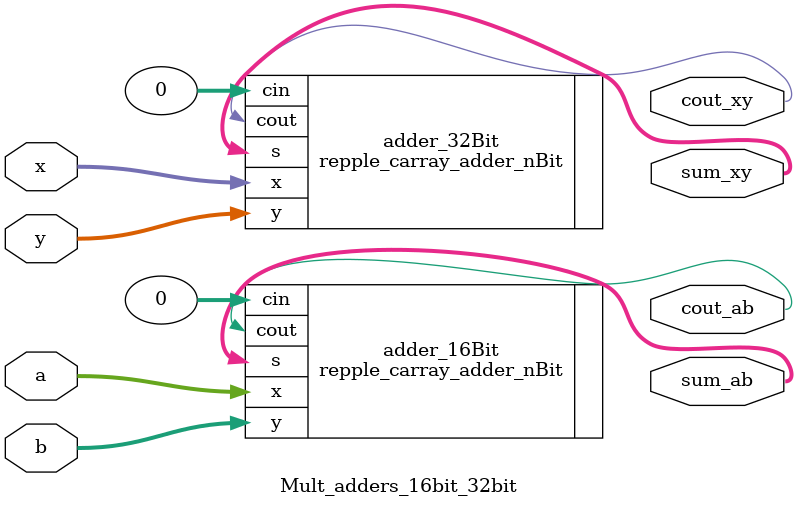
<source format=v>
`timescale 1ns / 1ps


module Mult_adders_16bit_32bit(
    input [15:0] a,b,
    output [15:0] sum_ab,
    output cout_ab,
    
    input [31:0] x,y,
    output [31:0] sum_xy,
    output cout_xy
    );
    
    repple_carray_adder_nBit #(.n(16)) adder_16Bit
    (
    .x(a),
    .y(b),
    .cin(0),
    .s(sum_ab),
    .cout(cout_ab)
    );
    repple_carray_adder_nBit#(.n(32)) adder_32Bit
       (
       .x(x),
       .y(y),
       .cin(0),
       .s(sum_xy),
       .cout(cout_xy)
       );
endmodule

</source>
